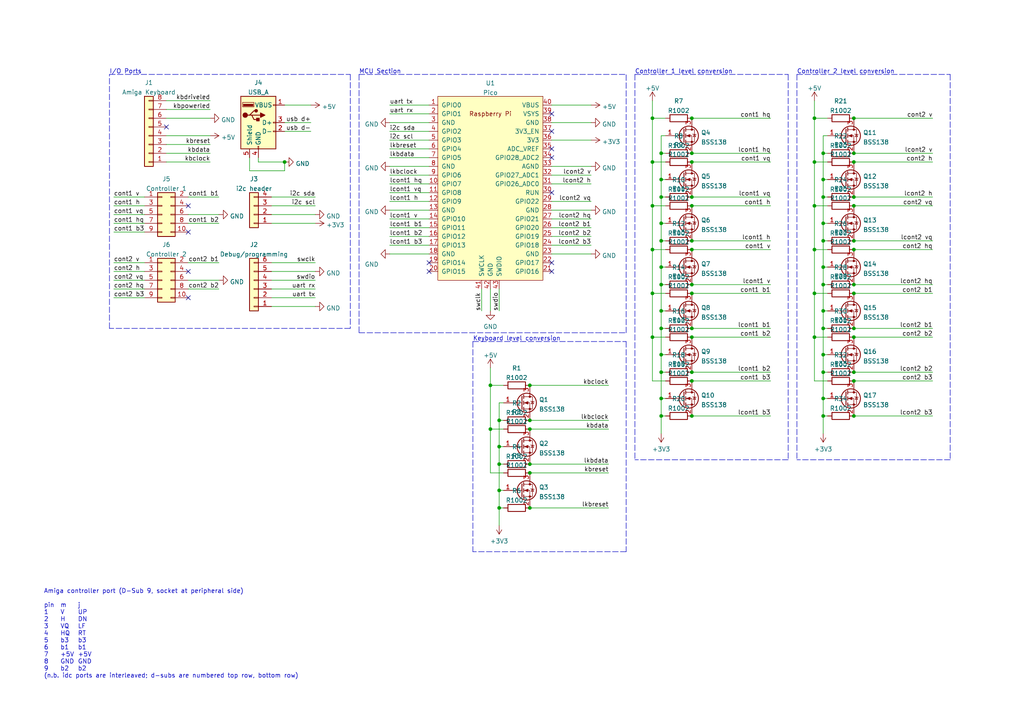
<source format=kicad_sch>
(kicad_sch (version 20211123) (generator eeschema)
  (paper "A4")
  (title_block (title "amiga keyboard adapter") (date "2022-04-21") (rev "5") (comment 2 "please note: design uses fets in place of ic") (comment 4 "debug & programming header, display header optional"))
  (lib_symbols
    (symbol "Connector:USB_A" (pin_names (offset 1.016))
      (property "Reference" "J" (at -5.08 11.43 0))
      (property "Value" "USB_A" (at -5.08 8.89 0))
      (symbol "USB_A_0_1"
        (rectangle (start -5.08 -7.62) (end 5.08 7.62) (stroke (width 0.254)) (fill (type background)))
        (circle (center -3.81 2.159) (radius 0.635) (stroke (width 0.254)) (fill (type outline)))
        (rectangle (start -1.524 4.826) (end -4.318 5.334) (fill (type outline)))
        (rectangle (start -1.27 4.572) (end -4.572 5.842))
        (circle (center -0.635 3.429) (radius 0.381) (stroke (width 0.254)) (fill (type outline)))
        (rectangle (start -0.127 -7.62) (end 0.127 -6.858))
        (polyline (pts (xy -3.175 2.159) (xy -2.54 2.159) (xy -1.27 3.429) (xy -0.635 3.429)) (stroke (width 0.254)))
        (polyline (pts (xy -2.54 2.159) (xy -1.905 2.159) (xy -1.27 0.889) (xy 0 0.889)) (stroke (width 0.254)))
        (polyline (pts (xy 0.635 2.794) (xy 0.635 1.524) (xy 1.905 2.159) (xy 0.635 2.794)) (stroke (width 0.254)) (fill (type outline)))
        (rectangle (start 0.254 1.27) (end -0.508 0.508) (stroke (width 0.254)) (fill (type outline)))
        (rectangle (start 5.08 -2.667) (end 4.318 -2.413))
        (rectangle (start 5.08 -0.127) (end 4.318 0.127))
        (rectangle (start 5.08 4.953) (end 4.318 5.207))
      )
      (symbol "USB_A_1_1"
        (polyline (pts (xy -1.905 2.159) (xy 0.635 2.159)) (stroke (width 0.254)))
        (pin power_in line (at 7.62 5.08 180) (length 2.54) (name "VBUS") (number "1"))
        (pin bidirectional line (at 7.62 -2.54 180) (length 2.54) (name "D-") (number "2"))
        (pin bidirectional line (at 7.62 0 180) (length 2.54) (name "D+") (number "3"))
        (pin power_in line (at 0 -10.16 90) (length 2.54) (name "GND") (number "4"))
        (pin passive line (at -2.54 -10.16 90) (length 2.54) (name "Shield") (number "5"))
      )
    )
    (symbol "Connector_Generic:Conn_01x04" (pin_names (offset 1.016) hide)
      (property "Reference" "J" (at 0 5.08 0))
      (property "Value" "Conn_01x04" (at 0 -7.62 0))
      (symbol "Conn_01x04_1_1"
        (rectangle (start -1.27 -4.953) (end 0 -5.207) (stroke (width 0.1524)))
        (rectangle (start -1.27 -2.413) (end 0 -2.667) (stroke (width 0.1524)))
        (rectangle (start -1.27 0.127) (end 0 -0.127) (stroke (width 0.1524)))
        (rectangle (start -1.27 2.667) (end 0 2.413) (stroke (width 0.1524)))
        (rectangle (start -1.27 3.81) (end 1.27 -6.35) (stroke (width 0.254)) (fill (type background)))
        (pin passive line (at -5.08 2.54 0) (length 3.81) (name "Pin_1") (number "1"))
        (pin passive line (at -5.08 0 0) (length 3.81) (name "Pin_2") (number "2"))
        (pin passive line (at -5.08 -2.54 0) (length 3.81) (name "Pin_3") (number "3"))
        (pin passive line (at -5.08 -5.08 0) (length 3.81) (name "Pin_4") (number "4"))
      )
    )
    (symbol "Connector_Generic:Conn_01x06" (pin_names (offset 1.016) hide)
      (property "Reference" "J" (at 0 7.62 0))
      (property "Value" "Conn_01x06" (at 0 -10.16 0))
      (symbol "Conn_01x06_1_1"
        (rectangle (start -1.27 -7.493) (end 0 -7.747) (stroke (width 0.1524)))
        (rectangle (start -1.27 -4.953) (end 0 -5.207) (stroke (width 0.1524)))
        (rectangle (start -1.27 -2.413) (end 0 -2.667) (stroke (width 0.1524)))
        (rectangle (start -1.27 0.127) (end 0 -0.127) (stroke (width 0.1524)))
        (rectangle (start -1.27 2.667) (end 0 2.413) (stroke (width 0.1524)))
        (rectangle (start -1.27 5.207) (end 0 4.953) (stroke (width 0.1524)))
        (rectangle (start -1.27 6.35) (end 1.27 -8.89) (stroke (width 0.254)) (fill (type background)))
        (pin passive line (at -5.08 5.08 0) (length 3.81) (name "Pin_1") (number "1"))
        (pin passive line (at -5.08 2.54 0) (length 3.81) (name "Pin_2") (number "2"))
        (pin passive line (at -5.08 0 0) (length 3.81) (name "Pin_3") (number "3"))
        (pin passive line (at -5.08 -2.54 0) (length 3.81) (name "Pin_4") (number "4"))
        (pin passive line (at -5.08 -5.08 0) (length 3.81) (name "Pin_5") (number "5"))
        (pin passive line (at -5.08 -7.62 0) (length 3.81) (name "Pin_6") (number "6"))
      )
    )
    (symbol "Connector_Generic:Conn_01x08" (pin_names (offset 1.016) hide)
      (property "Reference" "J1" (at 0 15.3965 0))
      (property "Value" "Amiga keyboard connector" (at 0 12.6214 0))
      (symbol "Conn_01x08_1_1"
        (rectangle (start -1.27 -10.033) (end 0 -10.287) (stroke (width 0.1524)))
        (rectangle (start -1.27 -7.493) (end 0 -7.747) (stroke (width 0.1524)))
        (rectangle (start -1.27 -4.953) (end 0 -5.207) (stroke (width 0.1524)))
        (rectangle (start -1.27 -2.413) (end 0 -2.667) (stroke (width 0.1524)))
        (rectangle (start -1.27 0.127) (end 0 -0.127) (stroke (width 0.1524)))
        (rectangle (start -1.27 2.667) (end 0 2.413) (stroke (width 0.1524)))
        (rectangle (start -1.27 5.207) (end 0 4.953) (stroke (width 0.1524)))
        (rectangle (start -1.27 7.747) (end 0 7.493) (stroke (width 0.1524)))
        (rectangle (start -1.27 8.89) (end 1.27 -11.43) (stroke (width 0.254)) (fill (type background)))
        (pin passive line (at -5.08 7.62 0) (length 3.81) (name "Pin_1") (number "1"))
        (pin passive line (at -5.08 5.08 0) (length 3.81) (name "Pin_2") (number "2"))
        (pin passive line (at -5.08 2.54 0) (length 3.81) (name "Pin_3") (number "3"))
        (pin power_out line (at -5.08 0 0) (length 3.81) (name "Pin_4") (number "4"))
        (pin passive line (at -5.08 -2.54 0) (length 3.81) (name "Pin_5") (number "5"))
        (pin power_out line (at -5.08 -5.08 0) (length 3.81) (name "Pin_6") (number "6"))
        (pin passive line (at -5.08 -7.62 0) (length 3.81) (name "Pin_7") (number "7"))
        (pin passive line (at -5.08 -10.16 0) (length 3.81) (name "Pin_8") (number "8"))
      )
    )
    (symbol "Connector_Generic:Conn_02x05_Odd_Even" (pin_names (offset 1.016) hide)
      (property "Reference" "J" (at 1.27 7.62 0))
      (property "Value" "Conn_02x05_Odd_Even" (at 1.27 -7.62 0))
      (symbol "Conn_02x05_Odd_Even_1_1"
        (rectangle (start -1.27 -4.953) (end 0 -5.207) (stroke (width 0.1524)))
        (rectangle (start -1.27 -2.413) (end 0 -2.667) (stroke (width 0.1524)))
        (rectangle (start -1.27 0.127) (end 0 -0.127) (stroke (width 0.1524)))
        (rectangle (start -1.27 2.667) (end 0 2.413) (stroke (width 0.1524)))
        (rectangle (start -1.27 5.207) (end 0 4.953) (stroke (width 0.1524)))
        (rectangle (start -1.27 6.35) (end 3.81 -6.35) (stroke (width 0.254)) (fill (type background)))
        (rectangle (start 3.81 -4.953) (end 2.54 -5.207) (stroke (width 0.1524)))
        (rectangle (start 3.81 -2.413) (end 2.54 -2.667) (stroke (width 0.1524)))
        (rectangle (start 3.81 0.127) (end 2.54 -0.127) (stroke (width 0.1524)))
        (rectangle (start 3.81 2.667) (end 2.54 2.413) (stroke (width 0.1524)))
        (rectangle (start 3.81 5.207) (end 2.54 4.953) (stroke (width 0.1524)))
        (pin passive line (at -5.08 5.08 0) (length 3.81) (name "Pin_1") (number "1"))
        (pin passive line (at 7.62 -5.08 180) (length 3.81) (name "Pin_10") (number "10"))
        (pin passive line (at 7.62 5.08 180) (length 3.81) (name "Pin_2") (number "2"))
        (pin passive line (at -5.08 2.54 0) (length 3.81) (name "Pin_3") (number "3"))
        (pin passive line (at 7.62 2.54 180) (length 3.81) (name "Pin_4") (number "4"))
        (pin passive line (at -5.08 0 0) (length 3.81) (name "Pin_5") (number "5"))
        (pin passive line (at 7.62 0 180) (length 3.81) (name "Pin_6") (number "6"))
        (pin passive line (at -5.08 -2.54 0) (length 3.81) (name "Pin_7") (number "7"))
        (pin passive line (at 7.62 -2.54 180) (length 3.81) (name "Pin_8") (number "8"))
        (pin passive line (at -5.08 -5.08 0) (length 3.81) (name "Pin_9") (number "9"))
      )
    )
    (symbol "Device:R" (pin_numbers hide) (pin_names (offset 0))
      (property "Reference" "R" (at 2.032 0 90))
      (property "Value" "R" (at 0 0 90))
      (symbol "R_0_1"
        (rectangle (start -1.016 -2.54) (end 1.016 2.54) (stroke (width 0.254)))
      )
      (symbol "R_1_1"
        (pin passive line (at 0 3.81 270) (length 1.27) (name "~") (number "1"))
        (pin passive line (at 0 -3.81 90) (length 1.27) (name "~") (number "2"))
      )
    )
    (symbol "Pico_1" (pin_names (offset 1.016))
      (property "Reference" "U1" (at 0 30.5095 0))
      (property "Value" "Pico" (at 0 27.7344 0))
      (symbol "Pico_1_0_0"
        (text "Raspberry Pi" (at 0 21.59 0) (effects (font (size 1.27 1.27))))
      )
      (symbol "Pico_1_0_1"
        (rectangle (start -15.24 26.67) (end 15.24 -26.67) (fill (type background)))
      )
      (symbol "Pico_1_1_1"
        (pin bidirectional line (at -17.78 24.13 0) (length 2.54) (name "GPIO0") (number "1"))
        (pin bidirectional line (at -17.78 1.27 0) (length 2.54) (name "GPIO7") (number "10"))
        (pin bidirectional line (at -17.78 -1.27 0) (length 2.54) (name "GPIO8") (number "11"))
        (pin bidirectional line (at -17.78 -3.81 0) (length 2.54) (name "GPIO9") (number "12"))
        (pin power_in line (at -17.78 -6.35 0) (length 2.54) (name "GND") (number "13"))
        (pin bidirectional line (at -17.78 -8.89 0) (length 2.54) (name "GPIO10") (number "14"))
        (pin bidirectional line (at -17.78 -11.43 0) (length 2.54) (name "GPIO11") (number "15"))
        (pin bidirectional line (at -17.78 -13.97 0) (length 2.54) (name "GPIO12") (number "16"))
        (pin bidirectional line (at -17.78 -16.51 0) (length 2.54) (name "GPIO13") (number "17"))
        (pin power_in line (at -17.78 -19.05 0) (length 2.54) (name "GND") (number "18"))
        (pin bidirectional line (at -17.78 -21.59 0) (length 2.54) (name "GPIO14") (number "19"))
        (pin bidirectional line (at -17.78 21.59 0) (length 2.54) (name "GPIO1") (number "2"))
        (pin bidirectional line (at -17.78 -24.13 0) (length 2.54) (name "GPIO15") (number "20"))
        (pin bidirectional line (at 17.78 -24.13 180) (length 2.54) (name "GPIO16") (number "21"))
        (pin bidirectional line (at 17.78 -21.59 180) (length 2.54) (name "GPIO17") (number "22"))
        (pin power_in line (at 17.78 -19.05 180) (length 2.54) (name "GND") (number "23"))
        (pin bidirectional line (at 17.78 -16.51 180) (length 2.54) (name "GPIO18") (number "24"))
        (pin bidirectional line (at 17.78 -13.97 180) (length 2.54) (name "GPIO19") (number "25"))
        (pin bidirectional line (at 17.78 -11.43 180) (length 2.54) (name "GPIO20") (number "26"))
        (pin bidirectional line (at 17.78 -8.89 180) (length 2.54) (name "GPIO21") (number "27"))
        (pin power_in line (at 17.78 -6.35 180) (length 2.54) (name "GND") (number "28"))
        (pin bidirectional line (at 17.78 -3.81 180) (length 2.54) (name "GPIO22") (number "29"))
        (pin power_in line (at -17.78 19.05 0) (length 2.54) (name "GND") (number "3"))
        (pin input line (at 17.78 -1.27 180) (length 2.54) (name "RUN") (number "30"))
        (pin bidirectional line (at 17.78 1.27 180) (length 2.54) (name "GPIO26_ADC0") (number "31"))
        (pin bidirectional line (at 17.78 3.81 180) (length 2.54) (name "GPIO27_ADC1") (number "32"))
        (pin power_in line (at 17.78 6.35 180) (length 2.54) (name "AGND") (number "33"))
        (pin bidirectional line (at 17.78 8.89 180) (length 2.54) (name "GPIO28_ADC2") (number "34"))
        (pin unspecified line (at 17.78 11.43 180) (length 2.54) (name "ADC_VREF") (number "35"))
        (pin power_out line (at 17.78 13.97 180) (length 2.54) (name "3V3") (number "36"))
        (pin input line (at 17.78 16.51 180) (length 2.54) (name "3V3_EN") (number "37"))
        (pin power_in line (at 17.78 19.05 180) (length 2.54) (name "GND") (number "38"))
        (pin power_in line (at 17.78 21.59 180) (length 2.54) (name "VSYS") (number "39"))
        (pin bidirectional line (at -17.78 16.51 0) (length 2.54) (name "GPIO2") (number "4"))
        (pin power_in line (at 17.78 24.13 180) (length 2.54) (name "VBUS") (number "40"))
        (pin input line (at -2.54 -29.21 90) (length 2.54) (name "SWCLK") (number "41"))
        (pin power_in line (at 0 -29.21 90) (length 2.54) (name "GND") (number "42"))
        (pin bidirectional line (at 2.54 -29.21 90) (length 2.54) (name "SWDIO") (number "43"))
        (pin bidirectional line (at -17.78 13.97 0) (length 2.54) (name "GPIO3") (number "5"))
        (pin bidirectional line (at -17.78 11.43 0) (length 2.54) (name "GPIO4") (number "6"))
        (pin bidirectional line (at -17.78 8.89 0) (length 2.54) (name "GPIO5") (number "7"))
        (pin power_in line (at -17.78 6.35 0) (length 2.54) (name "GND") (number "8"))
        (pin bidirectional line (at -17.78 3.81 0) (length 2.54) (name "GPIO6") (number "9"))
      )
    )
    (symbol "Transistor_FET:BSS138" (pin_names hide)
      (property "Reference" "Q" (at 5.08 1.905 0))
      (property "Value" "BSS138" (at 5.08 0 0))
      (symbol "BSS138_0_1"
        (polyline (pts (xy 0.254 0) (xy -2.54 0)))
        (polyline (pts (xy 0.254 1.905) (xy 0.254 -1.905)) (stroke (width 0.254)))
        (polyline (pts (xy 0.762 -1.27) (xy 0.762 -2.286)) (stroke (width 0.254)))
        (polyline (pts (xy 0.762 0.508) (xy 0.762 -0.508)) (stroke (width 0.254)))
        (polyline (pts (xy 0.762 2.286) (xy 0.762 1.27)) (stroke (width 0.254)))
        (polyline (pts (xy 2.54 2.54) (xy 2.54 1.778)))
        (polyline (pts (xy 2.54 -2.54) (xy 2.54 0) (xy 0.762 0)))
        (polyline (pts (xy 0.762 -1.778) (xy 3.302 -1.778) (xy 3.302 1.778) (xy 0.762 1.778)))
        (polyline (pts (xy 1.016 0) (xy 2.032 0.381) (xy 2.032 -0.381) (xy 1.016 0)) (fill (type outline)))
        (polyline (pts (xy 2.794 0.508) (xy 2.921 0.381) (xy 3.683 0.381) (xy 3.81 0.254)))
        (polyline (pts (xy 3.302 0.381) (xy 2.921 -0.254) (xy 3.683 -0.254) (xy 3.302 0.381)))
        (circle (center 1.651 0) (radius 2.794) (stroke (width 0.254)))
        (circle (center 2.54 -1.778) (radius 0.254) (fill (type outline)))
        (circle (center 2.54 1.778) (radius 0.254) (fill (type outline)))
      )
      (symbol "BSS138_1_1"
        (pin input line (at -5.08 0 0) (length 2.54) (name "G") (number "1"))
        (pin passive line (at 2.54 -5.08 90) (length 2.54) (name "S") (number "2"))
        (pin passive line (at 2.54 5.08 270) (length 2.54) (name "D") (number "3"))
      )
    )
    (symbol "power:+3.3V" (power) (pin_names (offset 0))
      (property "Value" "+3.3V" (at 0 3.556 0))
      (symbol "+3.3V_0_1"
        (polyline (pts (xy -0.762 1.27) (xy 0 2.54)))
        (polyline (pts (xy 0 0) (xy 0 2.54)))
        (polyline (pts (xy 0 2.54) (xy 0.762 1.27)))
      )
      (symbol "+3.3V_1_1"
        (pin power_in line (at 0 0 90) (length 0) hide (name "+3V3") (number "1"))
      )
    )
    (symbol "power:+5V" (power) (pin_names (offset 0))
      (property "Value" "+5V" (at 0 3.556 0))
      (symbol "+5V_0_1"
        (polyline (pts (xy -0.762 1.27) (xy 0 2.54)))
        (polyline (pts (xy 0 0) (xy 0 2.54)))
        (polyline (pts (xy 0 2.54) (xy 0.762 1.27)))
      )
      (symbol "+5V_1_1"
        (pin power_in line (at 0 0 90) (length 0) hide (name "+5V") (number "1"))
      )
    )
    (symbol "power:GND" (power) (pin_names (offset 0))
      (property "Value" "GND" (at 0 -3.81 0))
      (symbol "GND_0_1"
        (polyline (pts (xy 0 0) (xy 0 -1.27) (xy 1.27 -1.27) (xy 0 -2.54) (xy -1.27 -1.27) (xy 0 -1.27)))
      )
      (symbol "GND_1_1"
        (pin power_in line (at 0 0 270) (length 0) hide (name "GND") (number "1"))
      )
    )
  )
  (junction (at 238.76 52.07))
  (junction (at 191.77 102.87))
  (junction (at 238.76 95.25))
  (junction (at 189.23 59.69))
  (junction (at 238.76 120.65))
  (junction (at 191.77 64.77))
  (junction (at 191.77 95.25))
  (junction (at 238.76 57.15))
  (junction (at 238.76 77.47))
  (junction (at 191.77 44.45))
  (junction (at 82.55 46.99))
  (junction (at 191.77 69.85))
  (junction (at 200.66 59.69))
  (junction (at 153.67 134.62))
  (junction (at 191.77 82.55))
  (junction (at 189.23 34.29))
  (junction (at 247.65 34.29))
  (junction (at 238.76 90.17))
  (junction (at 144.78 147.32))
  (junction (at 200.66 69.85))
  (junction (at 200.66 110.49))
  (junction (at 191.77 115.57))
  (junction (at 191.77 52.07))
  (junction (at 144.78 129.54))
  (junction (at 200.66 85.09))
  (junction (at 200.66 82.55))
  (junction (at 247.65 69.85))
  (junction (at 191.77 57.15))
  (junction (at 247.65 59.69))
  (junction (at 200.66 34.29))
  (junction (at 200.66 44.45))
  (junction (at 247.65 97.79))
  (junction (at 236.22 72.39))
  (junction (at 247.65 95.25))
  (junction (at 144.78 121.92))
  (junction (at 238.76 102.87))
  (junction (at 247.65 107.95))
  (junction (at 191.77 107.95))
  (junction (at 153.67 121.92))
  (junction (at 247.65 82.55))
  (junction (at 142.24 124.46))
  (junction (at 247.65 120.65))
  (junction (at 189.23 72.39))
  (junction (at 236.22 85.09))
  (junction (at 247.65 72.39))
  (junction (at 153.67 137.16))
  (junction (at 236.22 59.69))
  (junction (at 247.65 44.45))
  (junction (at 191.77 120.65))
  (junction (at 238.76 64.77))
  (junction (at 200.66 57.15))
  (junction (at 200.66 120.65))
  (junction (at 238.76 82.55))
  (junction (at 236.22 46.99))
  (junction (at 191.77 77.47))
  (junction (at 153.67 147.32))
  (junction (at 200.66 72.39))
  (junction (at 238.76 69.85))
  (junction (at 142.24 111.76))
  (junction (at 153.67 111.76))
  (junction (at 247.65 85.09))
  (junction (at 200.66 107.95))
  (junction (at 189.23 46.99))
  (junction (at 200.66 46.99))
  (junction (at 200.66 95.25))
  (junction (at 236.22 97.79))
  (junction (at 238.76 107.95))
  (junction (at 247.65 110.49))
  (junction (at 144.78 134.62))
  (junction (at 236.22 34.29))
  (junction (at 144.78 142.24))
  (junction (at 189.23 97.79))
  (junction (at 153.67 124.46))
  (junction (at 200.66 97.79))
  (junction (at 238.76 44.45))
  (junction (at 247.65 46.99))
  (junction (at 189.23 85.09))
  (junction (at 247.65 57.15))
  (junction (at 238.76 115.57))
  (junction (at 191.77 90.17))
  (no_connect (at 48.26 36.83))
  (no_connect (at 160.02 33.02))
  (no_connect (at 160.02 38.1))
  (no_connect (at 160.02 43.18))
  (no_connect (at 124.46 78.74))
  (no_connect (at 124.46 76.2))
  (no_connect (at 54.61 78.74))
  (no_connect (at 160.02 55.88))
  (no_connect (at 54.61 86.36))
  (no_connect (at 160.02 45.72))
  (no_connect (at 160.02 76.2))
  (no_connect (at 160.02 78.74))
  (no_connect (at 54.61 67.31))
  (no_connect (at 54.61 59.69))
  (wire (pts (xy 191.77 102.87) (xy 191.77 107.95)))
  (wire (pts (xy 236.22 29.21) (xy 236.22 34.29)))
  (wire (pts (xy 142.24 111.76) (xy 142.24 124.46)))
  (wire (pts (xy 191.77 82.55) (xy 191.77 90.17)))
  (wire (pts (xy 247.65 57.15) (xy 270.51 57.15)))
  (wire (pts (xy 113.03 68.58) (xy 124.46 68.58)))
  (wire (pts (xy 238.76 69.85) (xy 240.03 69.85)))
  (wire (pts (xy 33.02 57.15) (xy 41.91 57.15)))
  (wire (pts (xy 113.03 55.88) (xy 124.46 55.88)))
  (wire (pts (xy 189.23 46.99) (xy 189.23 59.69)))
  (wire (pts (xy 238.76 95.25) (xy 238.76 102.87)))
  (wire (pts (xy 160.02 48.26) (xy 171.45 48.26)))
  (wire (pts (xy 54.61 83.82) (xy 63.5 83.82)))
  (wire (pts (xy 113.03 66.04) (xy 124.46 66.04)))
  (wire (pts (xy 238.76 52.07) (xy 240.03 52.07)))
  (wire (pts (xy 153.67 147.32) (xy 176.53 147.32)))
  (wire (pts (xy 74.93 45.72) (xy 74.93 46.99)))
  (wire (pts (xy 236.22 46.99) (xy 236.22 59.69)))
  (wire (pts (xy 189.23 29.21) (xy 189.23 34.29)))
  (wire (pts (xy 191.77 44.45) (xy 193.04 44.45)))
  (wire (pts (xy 113.03 71.12) (xy 124.46 71.12)))
  (wire (pts (xy 189.23 85.09) (xy 193.04 85.09)))
  (wire (pts (xy 113.03 73.66) (xy 124.46 73.66)))
  (wire (pts (xy 54.61 57.15) (xy 63.5 57.15)))
  (polyline (pts (xy 228.6 133.35) (xy 184.15 133.35)))
  (wire (pts (xy 238.76 82.55) (xy 240.03 82.55)))
  (wire (pts (xy 113.03 50.8) (xy 124.46 50.8)))
  (wire (pts (xy 113.03 45.72) (xy 124.46 45.72)))
  (wire (pts (xy 33.02 86.36) (xy 41.91 86.36)))
  (wire (pts (xy 48.26 44.45) (xy 60.96 44.45)))
  (wire (pts (xy 191.77 44.45) (xy 191.77 52.07)))
  (wire (pts (xy 153.67 121.92) (xy 176.53 121.92)))
  (wire (pts (xy 189.23 97.79) (xy 189.23 110.49)))
  (wire (pts (xy 113.03 38.1) (xy 124.46 38.1)))
  (wire (pts (xy 200.66 34.29) (xy 223.52 34.29)))
  (wire (pts (xy 238.76 52.07) (xy 238.76 57.15)))
  (wire (pts (xy 33.02 67.31) (xy 41.91 67.31)))
  (wire (pts (xy 247.65 82.55) (xy 270.51 82.55)))
  (wire (pts (xy 144.78 83.82) (xy 144.78 90.17)))
  (wire (pts (xy 189.23 59.69) (xy 193.04 59.69)))
  (wire (pts (xy 82.55 35.56) (xy 90.17 35.56)))
  (polyline (pts (xy 184.15 21.59) (xy 184.15 133.35)))
  (wire (pts (xy 160.02 60.96) (xy 171.45 60.96)))
  (wire (pts (xy 191.77 107.95) (xy 191.77 115.57)))
  (wire (pts (xy 78.74 78.74) (xy 91.44 78.74)))
  (wire (pts (xy 54.61 81.28) (xy 63.5 81.28)))
  (wire (pts (xy 238.76 57.15) (xy 238.76 64.77)))
  (polyline (pts (xy 104.14 96.52) (xy 181.61 96.52)))
  (wire (pts (xy 113.03 53.34) (xy 124.46 53.34)))
  (wire (pts (xy 78.74 81.28) (xy 91.44 81.28)))
  (wire (pts (xy 238.76 64.77) (xy 238.76 69.85)))
  (wire (pts (xy 144.78 142.24) (xy 146.05 142.24)))
  (wire (pts (xy 113.03 33.02) (xy 124.46 33.02)))
  (wire (pts (xy 236.22 110.49) (xy 240.03 110.49)))
  (polyline (pts (xy 31.75 21.59) (xy 101.6 21.59)))
  (wire (pts (xy 191.77 57.15) (xy 193.04 57.15)))
  (wire (pts (xy 48.26 39.37) (xy 60.96 39.37)))
  (wire (pts (xy 191.77 64.77) (xy 193.04 64.77)))
  (wire (pts (xy 200.66 44.45) (xy 223.52 44.45)))
  (wire (pts (xy 247.65 95.25) (xy 270.51 95.25)))
  (wire (pts (xy 78.74 62.23) (xy 91.44 62.23)))
  (wire (pts (xy 78.74 83.82) (xy 91.44 83.82)))
  (polyline (pts (xy 181.61 160.02) (xy 137.16 160.02)))
  (wire (pts (xy 146.05 116.84) (xy 144.78 116.84)))
  (wire (pts (xy 113.03 58.42) (xy 124.46 58.42)))
  (wire (pts (xy 189.23 97.79) (xy 193.04 97.79)))
  (wire (pts (xy 139.7 83.82) (xy 139.7 90.17)))
  (wire (pts (xy 191.77 95.25) (xy 191.77 102.87)))
  (wire (pts (xy 82.55 38.1) (xy 90.17 38.1)))
  (wire (pts (xy 238.76 120.65) (xy 238.76 125.73)))
  (wire (pts (xy 171.45 63.5) (xy 160.02 63.5)))
  (wire (pts (xy 236.22 59.69) (xy 236.22 72.39)))
  (polyline (pts (xy 104.14 21.59) (xy 181.61 21.59)))
  (wire (pts (xy 238.76 69.85) (xy 238.76 77.47)))
  (wire (pts (xy 238.76 57.15) (xy 240.03 57.15)))
  (wire (pts (xy 142.24 111.76) (xy 146.05 111.76)))
  (wire (pts (xy 171.45 66.04) (xy 160.02 66.04)))
  (wire (pts (xy 144.78 116.84) (xy 144.78 121.92)))
  (wire (pts (xy 33.02 64.77) (xy 41.91 64.77)))
  (wire (pts (xy 236.22 85.09) (xy 240.03 85.09)))
  (wire (pts (xy 33.02 62.23) (xy 41.91 62.23)))
  (wire (pts (xy 33.02 59.69) (xy 41.91 59.69)))
  (wire (pts (xy 238.76 44.45) (xy 240.03 44.45)))
  (wire (pts (xy 189.23 34.29) (xy 189.23 46.99)))
  (wire (pts (xy 72.39 45.72) (xy 72.39 49.53)))
  (wire (pts (xy 191.77 77.47) (xy 193.04 77.47)))
  (wire (pts (xy 200.66 72.39) (xy 223.52 72.39)))
  (wire (pts (xy 236.22 85.09) (xy 236.22 97.79)))
  (wire (pts (xy 171.45 50.8) (xy 160.02 50.8)))
  (wire (pts (xy 54.61 64.77) (xy 63.5 64.77)))
  (wire (pts (xy 113.03 60.96) (xy 124.46 60.96)))
  (wire (pts (xy 238.76 107.95) (xy 238.76 115.57)))
  (wire (pts (xy 144.78 142.24) (xy 144.78 147.32)))
  (polyline (pts (xy 228.6 21.59) (xy 228.6 133.35)))
  (wire (pts (xy 200.66 85.09) (xy 223.52 85.09)))
  (polyline (pts (xy 31.75 95.25) (xy 31.75 21.59)))
  (wire (pts (xy 247.65 59.69) (xy 270.51 59.69)))
  (wire (pts (xy 144.78 121.92) (xy 146.05 121.92)))
  (wire (pts (xy 191.77 95.25) (xy 193.04 95.25)))
  (wire (pts (xy 171.45 40.64) (xy 160.02 40.64)))
  (wire (pts (xy 74.93 46.99) (xy 82.55 46.99)))
  (wire (pts (xy 191.77 90.17) (xy 191.77 95.25)))
  (wire (pts (xy 191.77 102.87) (xy 193.04 102.87)))
  (polyline (pts (xy 181.61 99.06) (xy 181.61 160.02)))
  (wire (pts (xy 191.77 115.57) (xy 191.77 120.65)))
  (wire (pts (xy 238.76 120.65) (xy 240.03 120.65)))
  (wire (pts (xy 238.76 90.17) (xy 238.76 95.25)))
  (wire (pts (xy 48.26 41.91) (xy 60.96 41.91)))
  (wire (pts (xy 171.45 53.34) (xy 160.02 53.34)))
  (wire (pts (xy 189.23 46.99) (xy 193.04 46.99)))
  (polyline (pts (xy 184.15 21.59) (xy 228.6 21.59)))
  (wire (pts (xy 236.22 72.39) (xy 240.03 72.39)))
  (wire (pts (xy 78.74 59.69) (xy 91.44 59.69)))
  (wire (pts (xy 144.78 134.62) (xy 146.05 134.62)))
  (wire (pts (xy 191.77 57.15) (xy 191.77 64.77)))
  (wire (pts (xy 33.02 76.2) (xy 41.91 76.2)))
  (wire (pts (xy 200.66 69.85) (xy 223.52 69.85)))
  (wire (pts (xy 200.66 59.69) (xy 223.52 59.69)))
  (wire (pts (xy 113.03 63.5) (xy 124.46 63.5)))
  (wire (pts (xy 171.45 30.48) (xy 160.02 30.48)))
  (wire (pts (xy 171.45 68.58) (xy 160.02 68.58)))
  (wire (pts (xy 189.23 110.49) (xy 193.04 110.49)))
  (wire (pts (xy 191.77 107.95) (xy 193.04 107.95)))
  (wire (pts (xy 191.77 52.07) (xy 191.77 57.15)))
  (wire (pts (xy 171.45 58.42) (xy 160.02 58.42)))
  (wire (pts (xy 113.03 40.64) (xy 124.46 40.64)))
  (wire (pts (xy 144.78 134.62) (xy 144.78 142.24)))
  (wire (pts (xy 78.74 57.15) (xy 91.44 57.15)))
  (wire (pts (xy 142.24 124.46) (xy 142.24 137.16)))
  (wire (pts (xy 247.65 46.99) (xy 270.51 46.99)))
  (wire (pts (xy 236.22 34.29) (xy 236.22 46.99)))
  (wire (pts (xy 238.76 77.47) (xy 238.76 82.55)))
  (wire (pts (xy 144.78 147.32) (xy 144.78 152.4)))
  (wire (pts (xy 48.26 31.75) (xy 60.96 31.75)))
  (wire (pts (xy 189.23 59.69) (xy 189.23 72.39)))
  (wire (pts (xy 240.03 39.37) (xy 238.76 39.37)))
  (wire (pts (xy 236.22 97.79) (xy 236.22 110.49)))
  (wire (pts (xy 189.23 34.29) (xy 193.04 34.29)))
  (wire (pts (xy 144.78 121.92) (xy 144.78 129.54)))
  (wire (pts (xy 247.65 72.39) (xy 270.51 72.39)))
  (wire (pts (xy 113.03 43.18) (xy 124.46 43.18)))
  (wire (pts (xy 238.76 102.87) (xy 240.03 102.87)))
  (wire (pts (xy 48.26 46.99) (xy 60.96 46.99)))
  (wire (pts (xy 238.76 39.37) (xy 238.76 44.45)))
  (wire (pts (xy 78.74 88.9) (xy 91.44 88.9)))
  (wire (pts (xy 191.77 69.85) (xy 193.04 69.85)))
  (wire (pts (xy 238.76 82.55) (xy 238.76 90.17)))
  (wire (pts (xy 82.55 46.99) (xy 82.55 49.53)))
  (wire (pts (xy 200.66 120.65) (xy 223.52 120.65)))
  (polyline (pts (xy 101.6 21.59) (xy 101.6 95.25)))
  (wire (pts (xy 200.66 97.79) (xy 223.52 97.79)))
  (wire (pts (xy 142.24 137.16) (xy 146.05 137.16)))
  (wire (pts (xy 200.66 46.99) (xy 223.52 46.99)))
  (wire (pts (xy 191.77 52.07) (xy 193.04 52.07)))
  (wire (pts (xy 144.78 129.54) (xy 144.78 134.62)))
  (wire (pts (xy 113.03 48.26) (xy 124.46 48.26)))
  (wire (pts (xy 191.77 120.65) (xy 191.77 125.73)))
  (polyline (pts (xy 137.16 99.06) (xy 137.16 160.02)))
  (wire (pts (xy 54.61 76.2) (xy 63.5 76.2)))
  (wire (pts (xy 153.67 111.76) (xy 176.53 111.76)))
  (wire (pts (xy 113.03 30.48) (xy 124.46 30.48)))
  (wire (pts (xy 189.23 72.39) (xy 189.23 85.09)))
  (polyline (pts (xy 181.61 96.52) (xy 181.61 21.59)))
  (wire (pts (xy 238.76 90.17) (xy 240.03 90.17)))
  (wire (pts (xy 200.66 110.49) (xy 223.52 110.49)))
  (wire (pts (xy 236.22 46.99) (xy 240.03 46.99)))
  (wire (pts (xy 200.66 107.95) (xy 223.52 107.95)))
  (wire (pts (xy 238.76 77.47) (xy 240.03 77.47)))
  (wire (pts (xy 238.76 115.57) (xy 240.03 115.57)))
  (wire (pts (xy 247.65 34.29) (xy 270.51 34.29)))
  (wire (pts (xy 236.22 72.39) (xy 236.22 85.09)))
  (wire (pts (xy 200.66 82.55) (xy 223.52 82.55)))
  (polyline (pts (xy 104.14 21.59) (xy 104.14 96.52)))
  (wire (pts (xy 236.22 97.79) (xy 240.03 97.79)))
  (wire (pts (xy 33.02 81.28) (xy 41.91 81.28)))
  (wire (pts (xy 200.66 95.25) (xy 223.52 95.25)))
  (polyline (pts (xy 275.59 21.59) (xy 275.59 133.35)))
  (polyline (pts (xy 137.16 99.06) (xy 181.61 99.06)))
  (wire (pts (xy 78.74 76.2) (xy 91.44 76.2)))
  (wire (pts (xy 160.02 35.56) (xy 171.45 35.56)))
  (polyline (pts (xy 101.6 95.25) (xy 31.75 95.25)))
  (wire (pts (xy 113.03 35.56) (xy 124.46 35.56)))
  (wire (pts (xy 142.24 124.46) (xy 146.05 124.46)))
  (wire (pts (xy 191.77 77.47) (xy 191.77 82.55)))
  (wire (pts (xy 238.76 44.45) (xy 238.76 52.07)))
  (polyline (pts (xy 275.59 133.35) (xy 231.14 133.35)))
  (wire (pts (xy 247.65 120.65) (xy 270.51 120.65)))
  (wire (pts (xy 142.24 106.68) (xy 142.24 111.76)))
  (wire (pts (xy 238.76 95.25) (xy 240.03 95.25)))
  (wire (pts (xy 247.65 110.49) (xy 270.51 110.49)))
  (wire (pts (xy 33.02 83.82) (xy 41.91 83.82)))
  (wire (pts (xy 247.65 69.85) (xy 270.51 69.85)))
  (wire (pts (xy 153.67 134.62) (xy 176.53 134.62)))
  (wire (pts (xy 247.65 44.45) (xy 270.51 44.45)))
  (wire (pts (xy 193.04 39.37) (xy 191.77 39.37)))
  (wire (pts (xy 78.74 64.77) (xy 91.44 64.77)))
  (wire (pts (xy 144.78 147.32) (xy 146.05 147.32)))
  (wire (pts (xy 200.66 57.15) (xy 223.52 57.15)))
  (wire (pts (xy 171.45 71.12) (xy 160.02 71.12)))
  (wire (pts (xy 247.65 107.95) (xy 270.51 107.95)))
  (wire (pts (xy 238.76 115.57) (xy 238.76 120.65)))
  (wire (pts (xy 153.67 124.46) (xy 176.53 124.46)))
  (wire (pts (xy 191.77 39.37) (xy 191.77 44.45)))
  (wire (pts (xy 191.77 115.57) (xy 193.04 115.57)))
  (wire (pts (xy 247.65 85.09) (xy 270.51 85.09)))
  (wire (pts (xy 238.76 107.95) (xy 240.03 107.95)))
  (wire (pts (xy 191.77 64.77) (xy 191.77 69.85)))
  (wire (pts (xy 236.22 59.69) (xy 240.03 59.69)))
  (wire (pts (xy 78.74 86.36) (xy 91.44 86.36)))
  (wire (pts (xy 191.77 69.85) (xy 191.77 77.47)))
  (wire (pts (xy 238.76 102.87) (xy 238.76 107.95)))
  (wire (pts (xy 48.26 34.29) (xy 60.96 34.29)))
  (polyline (pts (xy 231.14 21.59) (xy 231.14 133.35)))
  (wire (pts (xy 189.23 72.39) (xy 193.04 72.39)))
  (wire (pts (xy 142.24 83.82) (xy 142.24 90.17)))
  (wire (pts (xy 153.67 137.16) (xy 176.53 137.16)))
  (wire (pts (xy 191.77 90.17) (xy 193.04 90.17)))
  (wire (pts (xy 144.78 129.54) (xy 146.05 129.54)))
  (wire (pts (xy 236.22 34.29) (xy 240.03 34.29)))
  (wire (pts (xy 189.23 85.09) (xy 189.23 97.79)))
  (wire (pts (xy 191.77 120.65) (xy 193.04 120.65)))
  (wire (pts (xy 54.61 62.23) (xy 63.5 62.23)))
  (wire (pts (xy 160.02 73.66) (xy 171.45 73.66)))
  (wire (pts (xy 33.02 78.74) (xy 41.91 78.74)))
  (polyline (pts (xy 231.14 21.59) (xy 275.59 21.59)))
  (wire (pts (xy 238.76 64.77) (xy 240.03 64.77)))
  (wire (pts (xy 247.65 97.79) (xy 270.51 97.79)))
  (wire (pts (xy 191.77 82.55) (xy 193.04 82.55)))
  (wire (pts (xy 82.55 30.48) (xy 90.17 30.48)))
  (wire (pts (xy 48.26 29.21) (xy 60.96 29.21)))
  (wire (pts (xy 72.39 49.53) (xy 82.55 49.53)))
  (text "Amiga controller port (D-Sub 9, socket at peripheral side)\n\npin	m	j\n1	V	UP\n2	H	DN\n3	VQ	LF\n4	HQ	RT\n5	b3	b3\n6	b1	b1\n7	+5V	+5V\n8	GND	GND\n9	b2	b2\n(n.b. idc ports are interleaved; d-subs are numbered top row, bottom row)" (at 12.7 196.85 0) (effects (font (size 1.27 1.27)) (justify left bottom)))
  (text "MCU Section" (at 104.14 21.59 0) (effects (font (size 1.27 1.27)) (justify left bottom)))
  (text "I/O Ports" (at 31.75 21.59 0) (effects (font (size 1.27 1.27)) (justify left bottom)))
  (text "Controller 1 level conversion" (at 184.15 21.59 0) (effects (font (size 1.27 1.27)) (justify left bottom)))
  (text "Controller 2 level conversion" (at 231.14 21.59 0) (effects (font (size 1.27 1.27)) (justify left bottom)))
  (text "Keyboard level conversion" (at 137.16 99.06 0) (effects (font (size 1.27 1.27)) (justify left bottom)))
  (label "cont1 vq" (at 223.52 46.99 180))
  (label "lcont1 h" (at 113.03 58.42 0))
  (label "lcont2 b2" (at 270.51 107.95 180))
  (label "lcont2 b3" (at 171.45 71.12 180))
  (label "lkbdata" (at 113.03 45.72 0))
  (label "cont1 b3" (at 223.52 110.49 180))
  (label "lcont1 hq" (at 223.52 44.45 180))
  (label "kbdriveled" (at 60.96 29.21 180))
  (label "cont2 b2" (at 63.5 83.82 180))
  (label "i2c scl" (at 113.03 40.64 0))
  (label "cont2 v" (at 270.51 34.29 180))
  (label "cont2 h" (at 33.02 78.74 0))
  (label "lcont2 b1" (at 171.45 66.04 180))
  (label "cont2 hq" (at 33.02 83.82 0))
  (label "uart tx" (at 91.44 86.36 180))
  (label "lcont1 h" (at 223.52 69.85 180))
  (label "cont1 h" (at 33.02 59.69 0))
  (label "cont2 b3" (at 270.51 110.49 180))
  (label "lcont1 v" (at 223.52 82.55 180))
  (label "lcont2 b3" (at 270.51 120.65 180))
  (label "lkbdata" (at 176.53 134.62 180))
  (label "cont1 h" (at 223.52 59.69 180))
  (label "cont1 b3" (at 33.02 67.31 0))
  (label "cont1 b2" (at 63.5 64.77 180))
  (label "cont1 b1" (at 63.5 57.15 180))
  (label "i2c sda" (at 113.03 38.1 0))
  (label "lcont2 b1" (at 270.51 95.25 180))
  (label "lcont1 b3" (at 113.03 71.12 0))
  (label "cont1 hq" (at 223.52 34.29 180))
  (label "lcont1 b1" (at 223.52 95.25 180))
  (label "cont2 b3" (at 33.02 86.36 0))
  (label "swclk" (at 139.7 90.17 90))
  (label "cont1 v" (at 223.52 72.39 180))
  (label "lcont1 vq" (at 113.03 55.88 0))
  (label "cont2 b1" (at 270.51 85.09 180))
  (label "lcont1 vq" (at 223.52 57.15 180))
  (label "cont1 b2" (at 223.52 97.79 180))
  (label "cont1 b1" (at 223.52 85.09 180))
  (label "lcont2 h" (at 171.45 53.34 180))
  (label "lcont2 v" (at 171.45 50.8 180))
  (label "usb d+" (at 90.17 35.56 180))
  (label "kbdata" (at 60.96 44.45 180))
  (label "cont2 h" (at 270.51 46.99 180))
  (label "lkbclock" (at 176.53 121.92 180))
  (label "lcont1 v" (at 113.03 63.5 0))
  (label "cont2 hq" (at 270.51 72.39 180))
  (label "lcont1 b3" (at 223.52 120.65 180))
  (label "uart rx" (at 113.03 33.02 0))
  (label "i2c scl" (at 91.44 59.69 180))
  (label "usb d-" (at 90.17 38.1 180))
  (label "lkbreset" (at 176.53 147.32 180))
  (label "lkbclock" (at 113.03 50.8 0))
  (label "cont1 vq" (at 33.02 62.23 0))
  (label "swclk" (at 91.44 76.2 180))
  (label "lcont2 vq" (at 171.45 58.42 180))
  (label "kbclock" (at 60.96 46.99 180))
  (label "swdio" (at 144.78 90.17 90))
  (label "cont2 b1" (at 63.5 76.2 180))
  (label "kbclock" (at 176.53 111.76 180))
  (label "cont2 vq" (at 270.51 59.69 180))
  (label "lcont2 hq" (at 270.51 82.55 180))
  (label "i2c sda" (at 91.44 57.15 180))
  (label "lcont1 b2" (at 223.52 107.95 180))
  (label "lkbreset" (at 113.03 43.18 0))
  (label "lcont2 hq" (at 171.45 63.5 180))
  (label "swdio" (at 91.44 81.28 180))
  (label "kbdata" (at 176.53 124.46 180))
  (label "lcont1 b1" (at 113.03 66.04 0))
  (label "lcont1 hq" (at 113.03 53.34 0))
  (label "uart tx" (at 113.03 30.48 0))
  (label "lcont2 v" (at 270.51 44.45 180))
  (label "cont2 vq" (at 33.02 81.28 0))
  (label "uart rx" (at 91.44 83.82 180))
  (label "kbreset" (at 176.53 137.16 180))
  (label "cont2 v" (at 33.02 76.2 0))
  (label "lcont2 vq" (at 270.51 69.85 180))
  (label "lcont2 b2" (at 171.45 68.58 180))
  (label "kbreset" (at 60.96 41.91 180))
  (label "cont2 b2" (at 270.51 97.79 180))
  (label "cont1 hq" (at 33.02 64.77 0))
  (label "lcont2 h" (at 270.51 57.15 180))
  (label "lcont1 b2" (at 113.03 68.58 0))
  (label "cont1 v" (at 33.02 57.15 0))
  (label "kbpowerled" (at 60.96 31.75 180))
  (symbol (lib_id "power:+3.3V") (at 171.45 40.64 270) (unit 1)
    (property "Reference" "#PWR020" (effects hide))
    (property "Value" "+3.3V" (at 174.625 41.119 90) (effects (justify left)))
  )
  (symbol (lib_id "Transistor_FET:BSS138") (at 245.11 77.47 0) (unit 1)
    (property "Reference" "Q14" (at 250.317 76.5615 0) (effects (justify left)))
    (property "Value" "BSS138" (at 250.317 79.3366 0) (effects (justify left)))
    (property "Footprint" "Package_TO_SOT_SMD:SOT-23" (effects hide))
    (property "Datasheet" "https://www.onsemi.com/pub/Collateral/BSS138-D.PDF" (effects hide))
  )
  (symbol (lib_id "Connector_Generic:Conn_01x04") (at 73.66 62.23 180) (unit 1)
    (property "Reference" "J3" (at 73.66 51.9135 0))
    (property "Value" "i2c header" (at 73.66 54.6886 0))
    (property "Footprint" "Connector_PinHeader_2.54mm:PinHeader_1x04_P2.54mm_Vertical" (effects hide))
  )
  (symbol (lib_id "Transistor_FET:BSS138") (at 245.11 39.37 0) (unit 1)
    (property "Reference" "Q11" (at 250.317 38.4615 0) (effects (justify left)))
    (property "Value" "BSS138" (at 250.317 41.2366 0) (effects (justify left)))
    (property "Footprint" "Package_TO_SOT_SMD:SOT-23" (effects hide))
    (property "Datasheet" "https://www.onsemi.com/pub/Collateral/BSS138-D.PDF" (effects hide))
  )
  (symbol (lib_id "Device:R") (at 243.84 82.55 270) (unit 1)
    (property "Reference" "R28" (at 243.84 77.5675 90))
    (property "Value" "R1002" (at 243.84 80.3426 90))
    (property "Footprint" "Resistor_SMD:R_0603_1608Metric" (effects hide))
  )
  (symbol (lib_id "Device:R") (at 196.85 82.55 270) (unit 1)
    (property "Reference" "R14" (at 196.85 77.5675 90))
    (property "Value" "R1002" (at 196.85 80.3426 90))
    (property "Footprint" "Resistor_SMD:R_0603_1608Metric" (effects hide))
  )
  (symbol (lib_id "power:+3.3V") (at 91.44 64.77 270) (unit 1)
    (property "Reference" "#PWR08" (effects hide))
    (property "Value" "+3.3V" (at 94.615 65.249 90) (effects (justify left)))
  )
  (symbol (lib_id "Device:R") (at 196.85 120.65 270) (unit 1)
    (property "Reference" "R20" (at 196.85 115.6675 90))
    (property "Value" "R1002" (at 196.85 118.4426 90))
    (property "Footprint" "Resistor_SMD:R_0603_1608Metric" (effects hide))
  )
  (symbol (lib_id "Device:R") (at 243.84 34.29 270) (unit 1)
    (property "Reference" "R21" (at 243.84 29.3075 90))
    (property "Value" "R1002" (at 243.84 32.0826 90))
    (property "Footprint" "Resistor_SMD:R_0603_1608Metric" (effects hide))
  )
  (symbol (lib_id "power:GND") (at 82.55 46.99 90) (unit 1)
    (property "Reference" "#PWR01" (effects hide))
    (property "Value" "GND" (at 85.725 47.469 90) (effects (justify right)))
  )
  (symbol (lib_id "power:+5V") (at 171.45 30.48 270) (unit 1)
    (property "Reference" "#PWR018" (effects hide))
    (property "Value" "+5V" (at 174.625 30.959 90) (effects (justify left)))
  )
  (symbol (lib_id "Transistor_FET:BSS138") (at 151.13 142.24 0) (unit 1)
    (property "Reference" "Q3" (at 156.337 141.3315 0) (effects (justify left)))
    (property "Value" "BSS138" (at 156.337 144.1066 0) (effects (justify left)))
    (property "Footprint" "Package_TO_SOT_SMD:SOT-23" (effects hide))
    (property "Datasheet" "https://www.onsemi.com/pub/Collateral/BSS138-D.PDF" (effects hide))
  )
  (symbol (lib_id "Device:R") (at 149.86 147.32 270) (unit 1)
    (property "Reference" "R6" (at 149.86 142.3375 90))
    (property "Value" "R1002" (at 149.86 145.1126 90))
    (property "Footprint" "Resistor_SMD:R_0603_1608Metric" (effects hide))
  )
  (symbol (lib_id "Device:R") (at 243.84 97.79 270) (unit 1)
    (property "Reference" "R31" (at 243.84 92.8075 90))
    (property "Value" "R1002" (at 243.84 95.5826 90))
    (property "Footprint" "Resistor_SMD:R_0603_1608Metric" (effects hide))
  )
  (symbol (lib_id "Transistor_FET:BSS138") (at 198.12 39.37 0) (unit 1)
    (property "Reference" "Q4" (at 203.327 38.4615 0) (effects (justify left)))
    (property "Value" "BSS138" (at 203.327 41.2366 0) (effects (justify left)))
    (property "Footprint" "Package_TO_SOT_SMD:SOT-23" (effects hide))
    (property "Datasheet" "https://www.onsemi.com/pub/Collateral/BSS138-D.PDF" (effects hide))
  )
  (symbol (lib_id "power:GND") (at 113.03 48.26 270) (unit 1)
    (property "Reference" "#PWR0110" (effects hide))
    (property "Value" "GND" (at 109.8551 48.739 90) (effects (justify right)))
  )
  (symbol (lib_id "power:+3.3V") (at 238.76 125.73 180) (unit 1)
    (property "Reference" "#PWR027" (effects hide))
    (property "Value" "+3.3V" (at 238.76 130.2925 0))
  )
  (symbol (lib_id "Transistor_FET:BSS138") (at 198.12 52.07 0) (unit 1)
    (property "Reference" "Q5" (at 203.327 51.1615 0) (effects (justify left)))
    (property "Value" "BSS138" (at 203.327 53.9366 0) (effects (justify left)))
    (property "Footprint" "Package_TO_SOT_SMD:SOT-23" (effects hide))
    (property "Datasheet" "https://www.onsemi.com/pub/Collateral/BSS138-D.PDF" (effects hide))
  )
  (symbol (lib_id "Connector_Generic:Conn_01x06") (at 73.66 83.82 180) (unit 1)
    (property "Reference" "J2" (at 73.66 70.9635 0))
    (property "Value" "Debug/programming" (at 73.66 73.7386 0))
    (property "Footprint" "Connector_PinHeader_2.54mm:PinHeader_1x06_P2.54mm_Horizontal" (effects hide))
  )
  (symbol (lib_id "Transistor_FET:BSS138") (at 151.13 116.84 0) (unit 1)
    (property "Reference" "Q1" (at 156.337 115.9315 0) (effects (justify left)))
    (property "Value" "BSS138" (at 156.337 118.7066 0) (effects (justify left)))
    (property "Footprint" "Package_TO_SOT_SMD:SOT-23" (effects hide))
    (property "Datasheet" "https://www.onsemi.com/pub/Collateral/BSS138-D.PDF" (effects hide))
  )
  (symbol (lib_id "Device:R") (at 196.85 110.49 270) (unit 1)
    (property "Reference" "R19" (at 196.85 105.5075 90))
    (property "Value" "R1002" (at 196.85 108.2826 90))
    (property "Footprint" "Resistor_SMD:R_0603_1608Metric" (effects hide))
  )
  (symbol (lib_id "Device:R") (at 243.84 120.65 270) (unit 1)
    (property "Reference" "R34" (at 243.84 115.6675 90))
    (property "Value" "R1002" (at 243.84 118.4426 90))
    (property "Footprint" "Resistor_SMD:R_0603_1608Metric" (effects hide))
  )
  (symbol (lib_id "Device:R") (at 196.85 95.25 270) (unit 1)
    (property "Reference" "R16" (at 196.85 90.2675 90))
    (property "Value" "R1002" (at 196.85 93.0426 90))
    (property "Footprint" "Resistor_SMD:R_0603_1608Metric" (effects hide))
  )
  (symbol (lib_id "Transistor_FET:BSS138") (at 245.11 115.57 0) (unit 1)
    (property "Reference" "Q17" (at 250.317 114.6615 0) (effects (justify left)))
    (property "Value" "BSS138" (at 250.317 117.4366 0) (effects (justify left)))
    (property "Footprint" "Package_TO_SOT_SMD:SOT-23" (effects hide))
    (property "Datasheet" "https://www.onsemi.com/pub/Collateral/BSS138-D.PDF" (effects hide))
  )
  (symbol (lib_id "power:GND") (at 113.03 35.56 270) (unit 1)
    (property "Reference" "#PWR0109" (effects hide))
    (property "Value" "GND" (at 109.8551 36.039 90) (effects (justify right)))
  )
  (symbol (lib_id "Device:R") (at 149.86 124.46 270) (unit 1)
    (property "Reference" "R3" (at 149.86 119.4775 90))
    (property "Value" "R1002" (at 149.86 122.2526 90))
    (property "Footprint" "Resistor_SMD:R_0603_1608Metric" (effects hide))
  )
  (symbol (lib_id "power:+3.3V") (at 191.77 125.73 180) (unit 1)
    (property "Reference" "#PWR025" (effects hide))
    (property "Value" "+3.3V" (at 191.77 130.2925 0))
  )
  (symbol (lib_id "Device:R") (at 149.86 137.16 270) (unit 1)
    (property "Reference" "R5" (at 149.86 132.1775 90))
    (property "Value" "R1002" (at 149.86 134.9526 90))
    (property "Footprint" "Resistor_SMD:R_0603_1608Metric" (effects hide))
  )
  (symbol (lib_id "power:+5V") (at 90.17 30.48 270) (unit 1)
    (property "Reference" "#PWR09" (effects hide))
    (property "Value" "+5V" (at 93.345 30.959 90) (effects (justify left)))
  )
  (symbol (lib_id "power:+5V") (at 236.22 29.21 0) (unit 1)
    (property "Reference" "#PWR026" (effects hide))
    (property "Value" "+5V" (at 236.22 25.6055 0))
  )
  (symbol (lib_id "power:GND") (at 91.44 78.74 90) (unit 1)
    (property "Reference" "#PWR0105" (effects hide))
    (property "Value" "GND" (at 94.615 79.219 90) (effects (justify right)))
  )
  (symbol (lib_id "power:GND") (at 63.5 81.28 90) (unit 1)
    (property "Reference" "#PWR0103" (effects hide))
    (property "Value" "GND" (at 66.675 81.759 90) (effects (justify right)))
  )
  (symbol (lib_id "Device:R") (at 196.85 72.39 270) (unit 1)
    (property "Reference" "R13" (at 196.85 67.4075 90))
    (property "Value" "R1002" (at 196.85 70.1826 90))
    (property "Footprint" "Resistor_SMD:R_0603_1608Metric" (effects hide))
  )
  (symbol (lib_id "power:GND") (at 113.03 73.66 270) (unit 1)
    (property "Reference" "#PWR0111" (effects hide))
    (property "Value" "GND" (at 109.8551 76.679 90) (effects (justify right)))
  )
  (symbol (lib_id "power:GND") (at 63.5 62.23 90) (unit 1)
    (property "Reference" "#PWR0102" (effects hide))
    (property "Value" "GND" (at 66.675 62.709 90) (effects (justify right)))
  )
  (symbol (lib_id "Device:R") (at 243.84 110.49 270) (unit 1)
    (property "Reference" "R33" (at 243.84 105.5075 90))
    (property "Value" "R1002" (at 243.84 108.2826 90))
    (property "Footprint" "Resistor_SMD:R_0603_1608Metric" (effects hide))
  )
  (symbol (lib_id "Connector_Generic:Conn_02x05_Odd_Even") (at 46.99 62.23 0) (unit 1)
    (property "Reference" "J5" (at 48.26 51.9135 0))
    (property "Value" "Controller 1" (at 48.26 54.6886 0))
    (property "Footprint" "Connector_IDC:IDC-Header_2x05_P2.54mm_Vertical" (effects hide))
  )
  (symbol (lib_id "Transistor_FET:BSS138") (at 198.12 115.57 0) (unit 1)
    (property "Reference" "Q10" (at 203.327 114.6615 0) (effects (justify left)))
    (property "Value" "BSS138" (at 203.327 117.4366 0) (effects (justify left)))
    (property "Footprint" "Package_TO_SOT_SMD:SOT-23" (effects hide))
    (property "Datasheet" "https://www.onsemi.com/pub/Collateral/BSS138-D.PDF" (effects hide))
  )
  (symbol (lib_id "Device:R") (at 149.86 134.62 270) (unit 1)
    (property "Reference" "R4" (at 149.86 129.6375 90))
    (property "Value" "R1002" (at 149.86 132.4126 90))
    (property "Footprint" "Resistor_SMD:R_0603_1608Metric" (effects hide))
  )
  (symbol (lib_name "Pico_1") (lib_id "MCU_RaspberryPi_and_Boards:Pico") (at 142.24 54.61 0) (unit 1)
    (property "Reference" "U1" (at 142.24 24.1005 0))
    (property "Value" "Pico" (at 142.24 26.8756 0))
    (property "Footprint" "MCU_RaspberryPi_and_Boards:RPi_Pico_SMD_TH" (effects hide))
  )
  (symbol (lib_id "Connector_Generic:Conn_01x08") (at 43.18 39.37 180) (unit 1)
    (property "Reference" "J1" (at 43.18 23.9735 0))
    (property "Value" "Amiga Keyboard" (at 43.18 26.7486 0))
    (property "Footprint" "Connector_PinHeader_2.54mm:PinHeader_1x08_P2.54mm_Vertical" (effects hide))
  )
  (symbol (lib_id "Transistor_FET:BSS138") (at 198.12 77.47 0) (unit 1)
    (property "Reference" "Q7" (at 203.327 76.5615 0) (effects (justify left)))
    (property "Value" "BSS138" (at 203.327 79.3366 0) (effects (justify left)))
    (property "Footprint" "Package_TO_SOT_SMD:SOT-23" (effects hide))
    (property "Datasheet" "https://www.onsemi.com/pub/Collateral/BSS138-D.PDF" (effects hide))
  )
  (symbol (lib_id "Connector:USB_A") (at 74.93 35.56 0) (unit 1)
    (property "Reference" "J4" (at 74.93 23.9735 0))
    (property "Value" "USB_A" (at 74.93 26.7486 0))
    (property "Footprint" "Connector_USB:USB_A_Molex_67643_Horizontal" (effects hide))
    (property "Datasheet" " ~" (effects hide))
  )
  (symbol (lib_id "Transistor_FET:BSS138") (at 245.11 102.87 0) (unit 1)
    (property "Reference" "Q16" (at 250.317 101.9615 0) (effects (justify left)))
    (property "Value" "BSS138" (at 250.317 104.7366 0) (effects (justify left)))
    (property "Footprint" "Package_TO_SOT_SMD:SOT-23" (effects hide))
    (property "Datasheet" "https://www.onsemi.com/pub/Collateral/BSS138-D.PDF" (effects hide))
  )
  (symbol (lib_id "Device:R") (at 243.84 72.39 270) (unit 1)
    (property "Reference" "R27" (at 243.84 67.4075 90))
    (property "Value" "R1002" (at 243.84 70.1826 90))
    (property "Footprint" "Resistor_SMD:R_0603_1608Metric" (effects hide))
  )
  (symbol (lib_id "power:GND") (at 60.96 34.29 90) (unit 1)
    (property "Reference" "#PWR0104" (effects hide))
    (property "Value" "GND" (at 64.135 34.769 90) (effects (justify right)))
  )
  (symbol (lib_id "Transistor_FET:BSS138") (at 198.12 90.17 0) (unit 1)
    (property "Reference" "Q8" (at 203.327 89.2615 0) (effects (justify left)))
    (property "Value" "BSS138" (at 203.327 92.0366 0) (effects (justify left)))
    (property "Footprint" "Package_TO_SOT_SMD:SOT-23" (effects hide))
    (property "Datasheet" "https://www.onsemi.com/pub/Collateral/BSS138-D.PDF" (effects hide))
  )
  (symbol (lib_id "Device:R") (at 196.85 46.99 270) (unit 1)
    (property "Reference" "R9" (at 196.85 42.0075 90))
    (property "Value" "R1002" (at 196.85 44.7826 90))
    (property "Footprint" "Resistor_SMD:R_0603_1608Metric" (effects hide))
  )
  (symbol (lib_id "Device:R") (at 243.84 57.15 270) (unit 1)
    (property "Reference" "R24" (at 243.84 52.1675 90))
    (property "Value" "R1002" (at 243.84 54.9426 90))
    (property "Footprint" "Resistor_SMD:R_0603_1608Metric" (effects hide))
  )
  (symbol (lib_id "Transistor_FET:BSS138") (at 198.12 102.87 0) (unit 1)
    (property "Reference" "Q9" (at 203.327 101.9615 0) (effects (justify left)))
    (property "Value" "BSS138" (at 203.327 104.7366 0) (effects (justify left)))
    (property "Footprint" "Package_TO_SOT_SMD:SOT-23" (effects hide))
    (property "Datasheet" "https://www.onsemi.com/pub/Collateral/BSS138-D.PDF" (effects hide))
  )
  (symbol (lib_id "Device:R") (at 149.86 121.92 270) (unit 1)
    (property "Reference" "R2" (at 149.86 116.9375 90))
    (property "Value" "R1002" (at 149.86 119.7126 90))
    (property "Footprint" "Resistor_SMD:R_0603_1608Metric" (effects hide))
  )
  (symbol (lib_id "Device:R") (at 196.85 57.15 270) (unit 1)
    (property "Reference" "R10" (at 196.85 52.1675 90))
    (property "Value" "R1002" (at 196.85 54.9426 90))
    (property "Footprint" "Resistor_SMD:R_0603_1608Metric" (effects hide))
  )
  (symbol (lib_id "Transistor_FET:BSS138") (at 198.12 64.77 0) (unit 1)
    (property "Reference" "Q6" (at 203.327 63.8615 0) (effects (justify left)))
    (property "Value" "BSS138" (at 203.327 66.6366 0) (effects (justify left)))
    (property "Footprint" "Package_TO_SOT_SMD:SOT-23" (effects hide))
    (property "Datasheet" "https://www.onsemi.com/pub/Collateral/BSS138-D.PDF" (effects hide))
  )
  (symbol (lib_id "power:+5V") (at 60.96 39.37 270) (unit 1)
    (property "Reference" "#PWR0117" (effects hide))
    (property "Value" "+5V" (at 64.135 39.849 90) (effects (justify left)))
  )
  (symbol (lib_id "power:GND") (at 171.45 48.26 90) (unit 1)
    (property "Reference" "#PWR0116" (effects hide))
    (property "Value" "GND" (at 174.625 48.739 90) (effects (justify right)))
  )
  (symbol (lib_id "Device:R") (at 196.85 97.79 270) (unit 1)
    (property "Reference" "R17" (at 196.85 92.8075 90))
    (property "Value" "R1002" (at 196.85 95.5826 90))
    (property "Footprint" "Resistor_SMD:R_0603_1608Metric" (effects hide))
  )
  (symbol (lib_id "Device:R") (at 196.85 85.09 270) (unit 1)
    (property "Reference" "R15" (at 196.85 80.1075 90))
    (property "Value" "R1002" (at 196.85 82.8826 90))
    (property "Footprint" "Resistor_SMD:R_0603_1608Metric" (effects hide))
  )
  (symbol (lib_id "power:+5V") (at 142.24 106.68 0) (unit 1)
    (property "Reference" "#PWR011" (effects hide))
    (property "Value" "+5V" (at 142.24 103.0755 0))
  )
  (symbol (lib_id "Transistor_FET:BSS138") (at 245.11 64.77 0) (unit 1)
    (property "Reference" "Q13" (at 250.317 63.8615 0) (effects (justify left)))
    (property "Value" "BSS138" (at 250.317 66.6366 0) (effects (justify left)))
    (property "Footprint" "Package_TO_SOT_SMD:SOT-23" (effects hide))
    (property "Datasheet" "https://www.onsemi.com/pub/Collateral/BSS138-D.PDF" (effects hide))
  )
  (symbol (lib_id "power:GND") (at 171.45 35.56 90) (unit 1)
    (property "Reference" "#PWR0115" (effects hide))
    (property "Value" "GND" (at 174.625 36.039 90) (effects (justify right)))
  )
  (symbol (lib_id "Transistor_FET:BSS138") (at 245.11 52.07 0) (unit 1)
    (property "Reference" "Q12" (at 250.317 51.1615 0) (effects (justify left)))
    (property "Value" "BSS138" (at 250.317 53.9366 0) (effects (justify left)))
    (property "Footprint" "Package_TO_SOT_SMD:SOT-23" (effects hide))
    (property "Datasheet" "https://www.onsemi.com/pub/Collateral/BSS138-D.PDF" (effects hide))
  )
  (symbol (lib_id "Transistor_FET:BSS138") (at 245.11 90.17 0) (unit 1)
    (property "Reference" "Q15" (at 250.317 89.2615 0) (effects (justify left)))
    (property "Value" "BSS138" (at 250.317 92.0366 0) (effects (justify left)))
    (property "Footprint" "Package_TO_SOT_SMD:SOT-23" (effects hide))
    (property "Datasheet" "https://www.onsemi.com/pub/Collateral/BSS138-D.PDF" (effects hide))
  )
  (symbol (lib_id "Device:R") (at 243.84 85.09 270) (unit 1)
    (property "Reference" "R29" (at 243.84 80.1075 90))
    (property "Value" "R1002" (at 243.84 82.8826 90))
    (property "Footprint" "Resistor_SMD:R_0603_1608Metric" (effects hide))
  )
  (symbol (lib_id "power:GND") (at 113.03 60.96 270) (unit 1)
    (property "Reference" "#PWR0112" (effects hide))
    (property "Value" "GND" (at 109.8551 61.439 90) (effects (justify right)))
  )
  (symbol (lib_id "Device:R") (at 243.84 44.45 270) (unit 1)
    (property "Reference" "R22" (at 243.84 39.4675 90))
    (property "Value" "R1002" (at 243.84 42.2426 90))
    (property "Footprint" "Resistor_SMD:R_0603_1608Metric" (effects hide))
  )
  (symbol (lib_id "power:GND") (at 91.44 88.9 90) (unit 1)
    (property "Reference" "#PWR0106" (effects hide))
    (property "Value" "GND" (at 94.615 89.379 90) (effects (justify right)))
  )
  (symbol (lib_id "power:GND") (at 142.24 90.17 0) (unit 1)
    (property "Reference" "#PWR0108" (effects hide))
    (property "Value" "GND" (at 142.24 94.7325 0))
  )
  (symbol (lib_id "Device:R") (at 196.85 59.69 270) (unit 1)
    (property "Reference" "R11" (at 196.85 54.7075 90))
    (property "Value" "R1002" (at 196.85 57.4826 90))
    (property "Footprint" "Resistor_SMD:R_0603_1608Metric" (effects hide))
  )
  (symbol (lib_id "power:GND") (at 91.44 62.23 90) (unit 1)
    (property "Reference" "#PWR0107" (effects hide))
    (property "Value" "GND" (at 94.615 62.709 90) (effects (justify right)))
  )
  (symbol (lib_id "Device:R") (at 243.84 59.69 270) (unit 1)
    (property "Reference" "R25" (at 243.84 54.7075 90))
    (property "Value" "R1002" (at 243.84 57.4826 90))
    (property "Footprint" "Resistor_SMD:R_0603_1608Metric" (effects hide))
  )
  (symbol (lib_id "Device:R") (at 196.85 69.85 270) (unit 1)
    (property "Reference" "R12" (at 196.85 64.8675 90))
    (property "Value" "R1002" (at 196.85 67.6426 90))
    (property "Footprint" "Resistor_SMD:R_0603_1608Metric" (effects hide))
  )
  (symbol (lib_id "power:GND") (at 171.45 60.96 90) (unit 1)
    (property "Reference" "#PWR0113" (effects hide))
    (property "Value" "GND" (at 174.625 61.439 90) (effects (justify right)))
  )
  (symbol (lib_id "power:+5V") (at 189.23 29.21 0) (unit 1)
    (property "Reference" "#PWR024" (effects hide))
    (property "Value" "+5V" (at 189.23 25.6055 0))
  )
  (symbol (lib_id "Connector_Generic:Conn_02x05_Odd_Even") (at 46.99 81.28 0) (unit 1)
    (property "Reference" "J6" (at 48.26 70.9635 0))
    (property "Value" "Controller 2" (at 48.26 73.7386 0))
    (property "Footprint" "Connector_IDC:IDC-Header_2x05_P2.54mm_Vertical" (effects hide))
  )
  (symbol (lib_id "Transistor_FET:BSS138") (at 151.13 129.54 0) (unit 1)
    (property "Reference" "Q2" (at 156.337 128.6315 0) (effects (justify left)))
    (property "Value" "BSS138" (at 156.337 131.4066 0) (effects (justify left)))
    (property "Footprint" "Package_TO_SOT_SMD:SOT-23" (effects hide))
    (property "Datasheet" "https://www.onsemi.com/pub/Collateral/BSS138-D.PDF" (effects hide))
  )
  (symbol (lib_id "Device:R") (at 243.84 107.95 270) (unit 1)
    (property "Reference" "R32" (at 243.84 102.9675 90))
    (property "Value" "R1002" (at 243.84 105.7426 90))
    (property "Footprint" "Resistor_SMD:R_0603_1608Metric" (effects hide))
  )
  (symbol (lib_id "power:+3.3V") (at 144.78 152.4 180) (unit 1)
    (property "Reference" "#PWR012" (effects hide))
    (property "Value" "+3.3V" (at 144.78 156.9625 0))
  )
  (symbol (lib_id "Device:R") (at 196.85 107.95 270) (unit 1)
    (property "Reference" "R18" (at 196.85 102.9675 90))
    (property "Value" "R1002" (at 196.85 105.7426 90))
    (property "Footprint" "Resistor_SMD:R_0603_1608Metric" (effects hide))
  )
  (symbol (lib_id "Device:R") (at 149.86 111.76 270) (unit 1)
    (property "Reference" "R1" (at 149.86 106.7775 90))
    (property "Value" "R1002" (at 149.86 109.5526 90))
    (property "Footprint" "Resistor_SMD:R_0603_1608Metric" (effects hide))
  )
  (symbol (lib_id "Device:R") (at 243.84 69.85 270) (unit 1)
    (property "Reference" "R26" (at 243.84 64.8675 90))
    (property "Value" "R1002" (at 243.84 67.6426 90))
    (property "Footprint" "Resistor_SMD:R_0603_1608Metric" (effects hide))
  )
  (symbol (lib_id "Device:R") (at 196.85 34.29 270) (unit 1)
    (property "Reference" "R7" (at 196.85 29.3075 90))
    (property "Value" "R1002" (at 196.85 32.0826 90))
    (property "Footprint" "Resistor_SMD:R_0603_1608Metric" (effects hide))
  )
  (symbol (lib_id "Device:R") (at 196.85 44.45 270) (unit 1)
    (property "Reference" "R8" (at 196.85 39.4675 90))
    (property "Value" "R1002" (at 196.85 42.2426 90))
    (property "Footprint" "Resistor_SMD:R_0603_1608Metric" (effects hide))
  )
  (symbol (lib_id "Device:R") (at 243.84 46.99 270) (unit 1)
    (property "Reference" "R23" (at 243.84 42.0075 90))
    (property "Value" "R1002" (at 243.84 44.7826 90))
    (property "Footprint" "Resistor_SMD:R_0603_1608Metric" (effects hide))
  )
  (symbol (lib_id "power:GND") (at 171.45 73.66 90) (unit 1)
    (property "Reference" "#PWR0114" (effects hide))
    (property "Value" "GND" (at 174.625 74.139 90) (effects (justify right)))
  )
  (symbol (lib_id "Device:R") (at 243.84 95.25 270) (unit 1)
    (property "Reference" "R30" (at 243.84 90.2675 90))
    (property "Value" "R1002" (at 243.84 93.0426 90))
    (property "Footprint" "Resistor_SMD:R_0603_1608Metric" (effects hide))
  )
)
</source>
